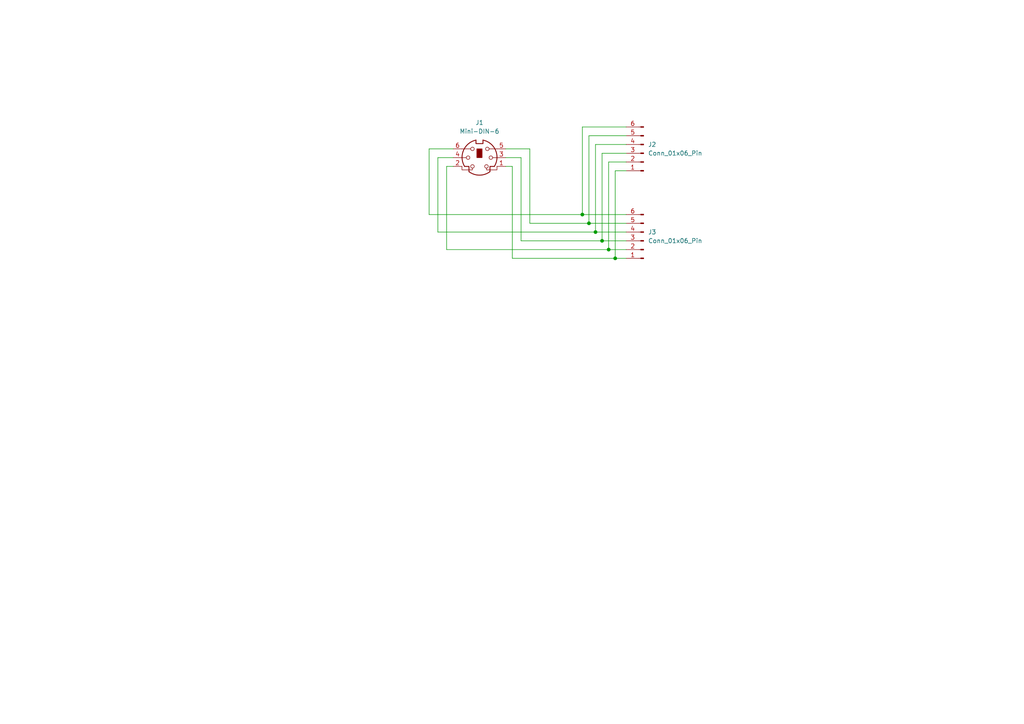
<source format=kicad_sch>
(kicad_sch (version 20230121) (generator eeschema)
  (paper "A4")
  (lib_symbols
    (symbol "Connector:Conn_01x06_Pin" (pin_names (offset 1.016) hide)
      (property "Reference" "J" (at 0 7.62 0))
      (property "Value" "Conn_01x06_Pin" (at 0 -10.16 0))
      (symbol "Conn_01x06_Pin_1_1"
        (polyline (pts (xy 1.27 -7.62) (xy 0.8636 -7.62)) (stroke (width 0.1524)))
        (polyline (pts (xy 1.27 -5.08) (xy 0.8636 -5.08)) (stroke (width 0.1524)))
        (polyline (pts (xy 1.27 -2.54) (xy 0.8636 -2.54)) (stroke (width 0.1524)))
        (polyline (pts (xy 1.27 0) (xy 0.8636 0)) (stroke (width 0.1524)))
        (polyline (pts (xy 1.27 2.54) (xy 0.8636 2.54)) (stroke (width 0.1524)))
        (polyline (pts (xy 1.27 5.08) (xy 0.8636 5.08)) (stroke (width 0.1524)))
        (rectangle (start 0.8636 -7.493) (end 0 -7.747) (stroke (width 0.1524)) (fill (type outline)))
        (rectangle (start 0.8636 -4.953) (end 0 -5.207) (stroke (width 0.1524)) (fill (type outline)))
        (rectangle (start 0.8636 -2.413) (end 0 -2.667) (stroke (width 0.1524)) (fill (type outline)))
        (rectangle (start 0.8636 0.127) (end 0 -0.127) (stroke (width 0.1524)) (fill (type outline)))
        (rectangle (start 0.8636 2.667) (end 0 2.413) (stroke (width 0.1524)) (fill (type outline)))
        (rectangle (start 0.8636 5.207) (end 0 4.953) (stroke (width 0.1524)) (fill (type outline)))
        (pin passive line (at 5.08 5.08 180) (length 3.81) (name "Pin_1") (number "1"))
        (pin passive line (at 5.08 2.54 180) (length 3.81) (name "Pin_2") (number "2"))
        (pin passive line (at 5.08 0 180) (length 3.81) (name "Pin_3") (number "3"))
        (pin passive line (at 5.08 -2.54 180) (length 3.81) (name "Pin_4") (number "4"))
        (pin passive line (at 5.08 -5.08 180) (length 3.81) (name "Pin_5") (number "5"))
        (pin passive line (at 5.08 -7.62 180) (length 3.81) (name "Pin_6") (number "6"))
      )
    )
    (symbol "Connector:Mini-DIN-6" (pin_names (offset 1.016))
      (property "Reference" "J" (at 0 6.35 0))
      (property "Value" "Mini-DIN-6" (at 0 -6.35 0))
      (symbol "Mini-DIN-6_0_1"
        (circle (center -3.302 0) (radius 0.508))
        (arc (start -3.048 -4.064) (mid 0 -5.08) (end 3.048 -4.064) (stroke (width 0.254)))
        (circle (center -2.032 -2.54) (radius 0.508))
        (circle (center -2.032 2.54) (radius 0.508))
        (arc (start -1.016 5.08) (mid -4.6228 2.1214) (end -4.318 -2.54) (stroke (width 0.254)))
        (rectangle (start -0.762 2.54) (end 0.762 0) (fill (type outline)))
        (polyline (pts (xy -3.81 0) (xy -5.08 0)))
        (polyline (pts (xy -2.54 2.54) (xy -5.08 2.54)))
        (polyline (pts (xy 2.794 2.54) (xy 5.08 2.54)))
        (polyline (pts (xy 5.08 0) (xy 3.81 0)))
        (polyline (pts (xy -4.318 -2.54) (xy -3.048 -2.54) (xy -3.048 -4.064)) (stroke (width 0.254)))
        (polyline (pts (xy 4.318 -2.54) (xy 3.048 -2.54) (xy 3.048 -4.064)) (stroke (width 0.254)))
        (polyline (pts (xy -2.032 -3.048) (xy -2.032 -3.556) (xy -5.08 -3.556) (xy -5.08 -2.54)))
        (polyline (pts (xy -1.016 5.08) (xy -1.016 4.064) (xy 1.016 4.064) (xy 1.016 5.08)) (stroke (width 0.254)))
        (polyline (pts (xy 2.032 -3.048) (xy 2.032 -3.556) (xy 5.08 -3.556) (xy 5.08 -2.54)))
        (circle (center 2.032 -2.54) (radius 0.508))
        (circle (center 2.286 2.54) (radius 0.508))
        (circle (center 3.302 0) (radius 0.508))
        (arc (start 4.318 -2.54) (mid 4.6661 2.1322) (end 1.016 5.08) (stroke (width 0.254)))
      )
      (symbol "Mini-DIN-6_1_1"
        (pin passive line (at 7.62 -2.54 180) (length 2.54) (name "~") (number "1"))
        (pin passive line (at -7.62 -2.54 0) (length 2.54) (name "~") (number "2"))
        (pin passive line (at 7.62 0 180) (length 2.54) (name "~") (number "3"))
        (pin passive line (at -7.62 0 0) (length 2.54) (name "~") (number "4"))
        (pin passive line (at 7.62 2.54 180) (length 2.54) (name "~") (number "5"))
        (pin passive line (at -7.62 2.54 0) (length 2.54) (name "~") (number "6"))
      )
    )
  )
  (junction (at 176.53 72.39))
  (junction (at 168.91 62.23))
  (junction (at 174.625 69.85))
  (junction (at 178.435 74.93))
  (junction (at 172.72 67.31))
  (junction (at 170.815 64.77))
  (wire (pts (xy 181.61 62.23) (xy 168.91 62.23)))
  (wire (pts (xy 168.91 36.83) (xy 181.61 36.83)))
  (wire (pts (xy 148.59 48.26) (xy 146.685 48.26)))
  (wire (pts (xy 181.61 72.39) (xy 176.53 72.39)))
  (wire (pts (xy 168.91 62.23) (xy 168.91 36.83)))
  (wire (pts (xy 127 45.72) (xy 127 67.31)))
  (wire (pts (xy 172.72 67.31) (xy 172.72 41.91)))
  (wire (pts (xy 153.67 43.18) (xy 153.67 64.77)))
  (wire (pts (xy 151.13 45.72) (xy 151.13 69.85)))
  (wire (pts (xy 129.54 72.39) (xy 176.53 72.39)))
  (wire (pts (xy 124.46 62.23) (xy 168.91 62.23)))
  (wire (pts (xy 153.67 64.77) (xy 170.815 64.77)))
  (wire (pts (xy 170.815 64.77) (xy 170.815 39.37)))
  (wire (pts (xy 170.815 64.77) (xy 181.61 64.77)))
  (wire (pts (xy 181.61 74.93) (xy 178.435 74.93)))
  (wire (pts (xy 151.13 69.85) (xy 174.625 69.85)))
  (wire (pts (xy 127 67.31) (xy 172.72 67.31)))
  (wire (pts (xy 181.61 69.85) (xy 174.625 69.85)))
  (wire (pts (xy 172.72 41.91) (xy 181.61 41.91)))
  (wire (pts (xy 131.445 45.72) (xy 127 45.72)))
  (wire (pts (xy 131.445 43.18) (xy 124.46 43.18)))
  (wire (pts (xy 178.435 49.53) (xy 181.61 49.53)))
  (wire (pts (xy 146.685 45.72) (xy 151.13 45.72)))
  (wire (pts (xy 129.54 48.26) (xy 131.445 48.26)))
  (wire (pts (xy 176.53 72.39) (xy 176.53 46.99)))
  (wire (pts (xy 148.59 48.26) (xy 148.59 74.93)))
  (wire (pts (xy 181.61 67.31) (xy 172.72 67.31)))
  (wire (pts (xy 146.685 43.18) (xy 153.67 43.18)))
  (wire (pts (xy 148.59 74.93) (xy 178.435 74.93)))
  (wire (pts (xy 176.53 46.99) (xy 181.61 46.99)))
  (wire (pts (xy 178.435 74.93) (xy 178.435 49.53)))
  (wire (pts (xy 174.625 69.85) (xy 174.625 44.45)))
  (wire (pts (xy 129.54 48.26) (xy 129.54 72.39)))
  (wire (pts (xy 124.46 43.18) (xy 124.46 62.23)))
  (wire (pts (xy 170.815 39.37) (xy 181.61 39.37)))
  (wire (pts (xy 174.625 44.45) (xy 181.61 44.45)))
  (symbol (lib_id "Connector:Conn_01x06_Pin") (at 186.69 69.85 180) (unit 1)
    (property "Reference" "J3" (at 187.96 67.31 0) (effects (justify right)))
    (property "Value" "Conn_01x06_Pin" (at 187.96 69.85 0) (effects (justify right)))
  )
  (symbol (lib_id "Connector:Conn_01x06_Pin") (at 186.69 44.45 180) (unit 1)
    (property "Reference" "J2" (at 187.96 41.91 0) (effects (justify right)))
    (property "Value" "Conn_01x06_Pin" (at 187.96 44.45 0) (effects (justify right)))
  )
  (symbol (lib_id "Connector:Mini-DIN-6") (at 139.065 45.72 0) (unit 1)
    (property "Reference" "J1" (at 139.0827 35.56 0))
    (property "Value" "Mini-DIN-6" (at 139.0827 38.1 0))
    (property "Datasheet" "http://service.powerdynamics.com/ec/Catalog17/Section%2011.pdf" (effects hide))
  )
)
</source>
